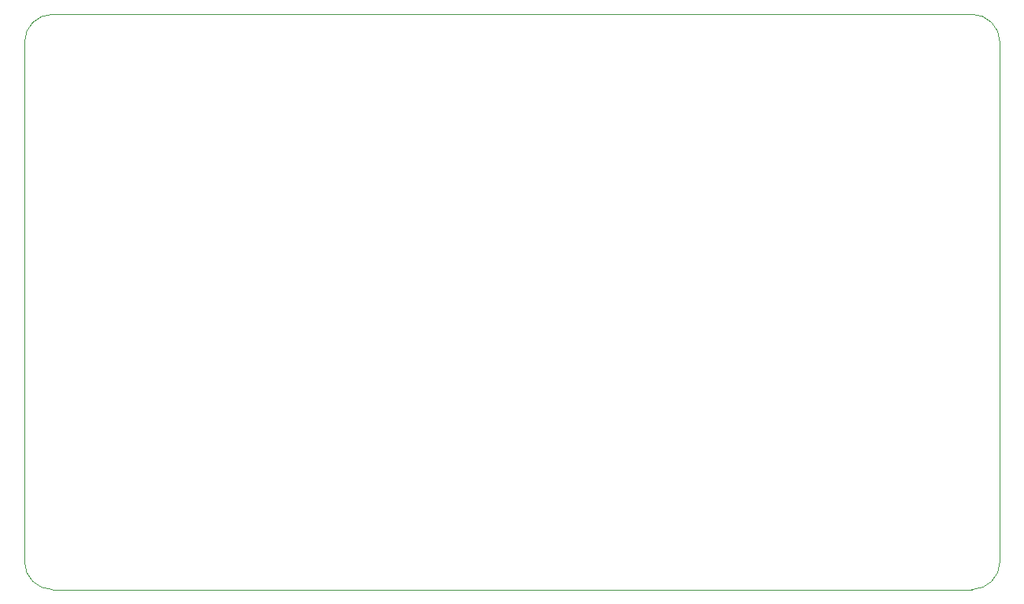
<source format=gbr>
%TF.GenerationSoftware,Altium Limited,Altium Designer,22.0.2 (36)*%
G04 Layer_Color=0*
%FSLAX45Y45*%
%MOMM*%
%TF.SameCoordinates,A85A4143-1F01-4578-B965-72C63468A48A*%
%TF.FilePolarity,Positive*%
%TF.FileFunction,Profile,NP*%
%TF.Part,Single*%
G01*
G75*
%TA.AperFunction,Profile*%
%ADD89C,0.02540*%
D89*
X-300000Y-200000D02*
G03*
X0Y-500000I300000J0D01*
G01*
X9900003Y-499998D01*
D02*
G03*
X10200000Y-200000I0J299998D01*
G01*
X10199999Y5400000D01*
D02*
G03*
X9900000Y5700000I-300000J1D01*
G01*
X0D01*
D02*
G03*
X-300000Y5400000I0J-300000D01*
G01*
Y-200000D01*
%TF.MD5,0717a163d2d31c7125a2539907696ae0*%
M02*

</source>
